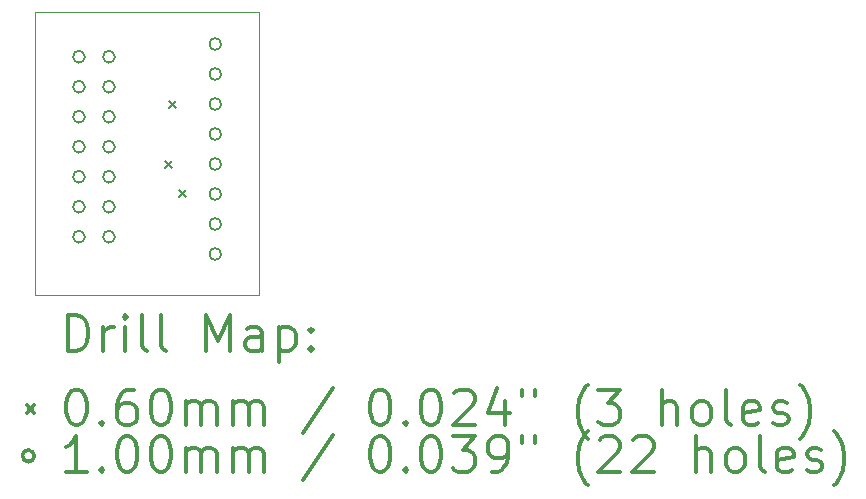
<source format=gbr>
%FSLAX45Y45*%
G04 Gerber Fmt 4.5, Leading zero omitted, Abs format (unit mm)*
G04 Created by KiCad (PCBNEW (5.1.2-1)-1) date 2020-02-14 00:11:38*
%MOMM*%
%LPD*%
G04 APERTURE LIST*
%ADD10C,0.050000*%
%ADD11C,0.200000*%
%ADD12C,0.300000*%
G04 APERTURE END LIST*
D10*
X3100000Y-1200000D02*
X3100000Y-3600000D01*
X1200000Y-3600000D02*
X1200000Y-1200000D01*
X3100000Y-3600000D02*
X1200000Y-3600000D01*
X1200000Y-1200000D02*
X3100000Y-1200000D01*
D11*
X2300961Y-2460000D02*
X2360961Y-2520000D01*
X2360961Y-2460000D02*
X2300961Y-2520000D01*
X2340600Y-1950600D02*
X2400600Y-2010600D01*
X2400600Y-1950600D02*
X2340600Y-2010600D01*
X2420000Y-2710000D02*
X2480000Y-2770000D01*
X2480000Y-2710000D02*
X2420000Y-2770000D01*
X1626000Y-1580000D02*
G75*
G03X1626000Y-1580000I-50000J0D01*
G01*
X1626000Y-1834000D02*
G75*
G03X1626000Y-1834000I-50000J0D01*
G01*
X1626000Y-2088000D02*
G75*
G03X1626000Y-2088000I-50000J0D01*
G01*
X1626000Y-2342000D02*
G75*
G03X1626000Y-2342000I-50000J0D01*
G01*
X1626000Y-2596000D02*
G75*
G03X1626000Y-2596000I-50000J0D01*
G01*
X1626000Y-2850000D02*
G75*
G03X1626000Y-2850000I-50000J0D01*
G01*
X1626000Y-3104000D02*
G75*
G03X1626000Y-3104000I-50000J0D01*
G01*
X1880000Y-1580000D02*
G75*
G03X1880000Y-1580000I-50000J0D01*
G01*
X1880000Y-1834000D02*
G75*
G03X1880000Y-1834000I-50000J0D01*
G01*
X1880000Y-2088000D02*
G75*
G03X1880000Y-2088000I-50000J0D01*
G01*
X1880000Y-2342000D02*
G75*
G03X1880000Y-2342000I-50000J0D01*
G01*
X1880000Y-2596000D02*
G75*
G03X1880000Y-2596000I-50000J0D01*
G01*
X1880000Y-2850000D02*
G75*
G03X1880000Y-2850000I-50000J0D01*
G01*
X1880000Y-3104000D02*
G75*
G03X1880000Y-3104000I-50000J0D01*
G01*
X2780000Y-1472000D02*
G75*
G03X2780000Y-1472000I-50000J0D01*
G01*
X2780000Y-1726000D02*
G75*
G03X2780000Y-1726000I-50000J0D01*
G01*
X2780000Y-1980000D02*
G75*
G03X2780000Y-1980000I-50000J0D01*
G01*
X2780000Y-2234000D02*
G75*
G03X2780000Y-2234000I-50000J0D01*
G01*
X2780000Y-2488000D02*
G75*
G03X2780000Y-2488000I-50000J0D01*
G01*
X2780000Y-2742000D02*
G75*
G03X2780000Y-2742000I-50000J0D01*
G01*
X2780000Y-2996000D02*
G75*
G03X2780000Y-2996000I-50000J0D01*
G01*
X2780000Y-3250000D02*
G75*
G03X2780000Y-3250000I-50000J0D01*
G01*
D12*
X1483928Y-4068214D02*
X1483928Y-3768214D01*
X1555357Y-3768214D01*
X1598214Y-3782500D01*
X1626786Y-3811071D01*
X1641071Y-3839643D01*
X1655357Y-3896786D01*
X1655357Y-3939643D01*
X1641071Y-3996786D01*
X1626786Y-4025357D01*
X1598214Y-4053929D01*
X1555357Y-4068214D01*
X1483928Y-4068214D01*
X1783928Y-4068214D02*
X1783928Y-3868214D01*
X1783928Y-3925357D02*
X1798214Y-3896786D01*
X1812500Y-3882500D01*
X1841071Y-3868214D01*
X1869643Y-3868214D01*
X1969643Y-4068214D02*
X1969643Y-3868214D01*
X1969643Y-3768214D02*
X1955357Y-3782500D01*
X1969643Y-3796786D01*
X1983928Y-3782500D01*
X1969643Y-3768214D01*
X1969643Y-3796786D01*
X2155357Y-4068214D02*
X2126786Y-4053929D01*
X2112500Y-4025357D01*
X2112500Y-3768214D01*
X2312500Y-4068214D02*
X2283928Y-4053929D01*
X2269643Y-4025357D01*
X2269643Y-3768214D01*
X2655357Y-4068214D02*
X2655357Y-3768214D01*
X2755357Y-3982500D01*
X2855357Y-3768214D01*
X2855357Y-4068214D01*
X3126786Y-4068214D02*
X3126786Y-3911071D01*
X3112500Y-3882500D01*
X3083928Y-3868214D01*
X3026786Y-3868214D01*
X2998214Y-3882500D01*
X3126786Y-4053929D02*
X3098214Y-4068214D01*
X3026786Y-4068214D01*
X2998214Y-4053929D01*
X2983928Y-4025357D01*
X2983928Y-3996786D01*
X2998214Y-3968214D01*
X3026786Y-3953929D01*
X3098214Y-3953929D01*
X3126786Y-3939643D01*
X3269643Y-3868214D02*
X3269643Y-4168214D01*
X3269643Y-3882500D02*
X3298214Y-3868214D01*
X3355357Y-3868214D01*
X3383928Y-3882500D01*
X3398214Y-3896786D01*
X3412500Y-3925357D01*
X3412500Y-4011071D01*
X3398214Y-4039643D01*
X3383928Y-4053929D01*
X3355357Y-4068214D01*
X3298214Y-4068214D01*
X3269643Y-4053929D01*
X3541071Y-4039643D02*
X3555357Y-4053929D01*
X3541071Y-4068214D01*
X3526786Y-4053929D01*
X3541071Y-4039643D01*
X3541071Y-4068214D01*
X3541071Y-3882500D02*
X3555357Y-3896786D01*
X3541071Y-3911071D01*
X3526786Y-3896786D01*
X3541071Y-3882500D01*
X3541071Y-3911071D01*
X1137500Y-4532500D02*
X1197500Y-4592500D01*
X1197500Y-4532500D02*
X1137500Y-4592500D01*
X1541071Y-4398214D02*
X1569643Y-4398214D01*
X1598214Y-4412500D01*
X1612500Y-4426786D01*
X1626786Y-4455357D01*
X1641071Y-4512500D01*
X1641071Y-4583929D01*
X1626786Y-4641072D01*
X1612500Y-4669643D01*
X1598214Y-4683929D01*
X1569643Y-4698214D01*
X1541071Y-4698214D01*
X1512500Y-4683929D01*
X1498214Y-4669643D01*
X1483928Y-4641072D01*
X1469643Y-4583929D01*
X1469643Y-4512500D01*
X1483928Y-4455357D01*
X1498214Y-4426786D01*
X1512500Y-4412500D01*
X1541071Y-4398214D01*
X1769643Y-4669643D02*
X1783928Y-4683929D01*
X1769643Y-4698214D01*
X1755357Y-4683929D01*
X1769643Y-4669643D01*
X1769643Y-4698214D01*
X2041071Y-4398214D02*
X1983928Y-4398214D01*
X1955357Y-4412500D01*
X1941071Y-4426786D01*
X1912500Y-4469643D01*
X1898214Y-4526786D01*
X1898214Y-4641072D01*
X1912500Y-4669643D01*
X1926786Y-4683929D01*
X1955357Y-4698214D01*
X2012500Y-4698214D01*
X2041071Y-4683929D01*
X2055357Y-4669643D01*
X2069643Y-4641072D01*
X2069643Y-4569643D01*
X2055357Y-4541072D01*
X2041071Y-4526786D01*
X2012500Y-4512500D01*
X1955357Y-4512500D01*
X1926786Y-4526786D01*
X1912500Y-4541072D01*
X1898214Y-4569643D01*
X2255357Y-4398214D02*
X2283928Y-4398214D01*
X2312500Y-4412500D01*
X2326786Y-4426786D01*
X2341071Y-4455357D01*
X2355357Y-4512500D01*
X2355357Y-4583929D01*
X2341071Y-4641072D01*
X2326786Y-4669643D01*
X2312500Y-4683929D01*
X2283928Y-4698214D01*
X2255357Y-4698214D01*
X2226786Y-4683929D01*
X2212500Y-4669643D01*
X2198214Y-4641072D01*
X2183928Y-4583929D01*
X2183928Y-4512500D01*
X2198214Y-4455357D01*
X2212500Y-4426786D01*
X2226786Y-4412500D01*
X2255357Y-4398214D01*
X2483928Y-4698214D02*
X2483928Y-4498214D01*
X2483928Y-4526786D02*
X2498214Y-4512500D01*
X2526786Y-4498214D01*
X2569643Y-4498214D01*
X2598214Y-4512500D01*
X2612500Y-4541072D01*
X2612500Y-4698214D01*
X2612500Y-4541072D02*
X2626786Y-4512500D01*
X2655357Y-4498214D01*
X2698214Y-4498214D01*
X2726786Y-4512500D01*
X2741071Y-4541072D01*
X2741071Y-4698214D01*
X2883928Y-4698214D02*
X2883928Y-4498214D01*
X2883928Y-4526786D02*
X2898214Y-4512500D01*
X2926786Y-4498214D01*
X2969643Y-4498214D01*
X2998214Y-4512500D01*
X3012500Y-4541072D01*
X3012500Y-4698214D01*
X3012500Y-4541072D02*
X3026786Y-4512500D01*
X3055357Y-4498214D01*
X3098214Y-4498214D01*
X3126786Y-4512500D01*
X3141071Y-4541072D01*
X3141071Y-4698214D01*
X3726786Y-4383929D02*
X3469643Y-4769643D01*
X4112500Y-4398214D02*
X4141071Y-4398214D01*
X4169643Y-4412500D01*
X4183928Y-4426786D01*
X4198214Y-4455357D01*
X4212500Y-4512500D01*
X4212500Y-4583929D01*
X4198214Y-4641072D01*
X4183928Y-4669643D01*
X4169643Y-4683929D01*
X4141071Y-4698214D01*
X4112500Y-4698214D01*
X4083928Y-4683929D01*
X4069643Y-4669643D01*
X4055357Y-4641072D01*
X4041071Y-4583929D01*
X4041071Y-4512500D01*
X4055357Y-4455357D01*
X4069643Y-4426786D01*
X4083928Y-4412500D01*
X4112500Y-4398214D01*
X4341071Y-4669643D02*
X4355357Y-4683929D01*
X4341071Y-4698214D01*
X4326786Y-4683929D01*
X4341071Y-4669643D01*
X4341071Y-4698214D01*
X4541071Y-4398214D02*
X4569643Y-4398214D01*
X4598214Y-4412500D01*
X4612500Y-4426786D01*
X4626786Y-4455357D01*
X4641071Y-4512500D01*
X4641071Y-4583929D01*
X4626786Y-4641072D01*
X4612500Y-4669643D01*
X4598214Y-4683929D01*
X4569643Y-4698214D01*
X4541071Y-4698214D01*
X4512500Y-4683929D01*
X4498214Y-4669643D01*
X4483928Y-4641072D01*
X4469643Y-4583929D01*
X4469643Y-4512500D01*
X4483928Y-4455357D01*
X4498214Y-4426786D01*
X4512500Y-4412500D01*
X4541071Y-4398214D01*
X4755357Y-4426786D02*
X4769643Y-4412500D01*
X4798214Y-4398214D01*
X4869643Y-4398214D01*
X4898214Y-4412500D01*
X4912500Y-4426786D01*
X4926786Y-4455357D01*
X4926786Y-4483929D01*
X4912500Y-4526786D01*
X4741071Y-4698214D01*
X4926786Y-4698214D01*
X5183928Y-4498214D02*
X5183928Y-4698214D01*
X5112500Y-4383929D02*
X5041071Y-4598214D01*
X5226786Y-4598214D01*
X5326786Y-4398214D02*
X5326786Y-4455357D01*
X5441071Y-4398214D02*
X5441071Y-4455357D01*
X5883928Y-4812500D02*
X5869643Y-4798214D01*
X5841071Y-4755357D01*
X5826786Y-4726786D01*
X5812500Y-4683929D01*
X5798214Y-4612500D01*
X5798214Y-4555357D01*
X5812500Y-4483929D01*
X5826786Y-4441072D01*
X5841071Y-4412500D01*
X5869643Y-4369643D01*
X5883928Y-4355357D01*
X5969643Y-4398214D02*
X6155357Y-4398214D01*
X6055357Y-4512500D01*
X6098214Y-4512500D01*
X6126786Y-4526786D01*
X6141071Y-4541072D01*
X6155357Y-4569643D01*
X6155357Y-4641072D01*
X6141071Y-4669643D01*
X6126786Y-4683929D01*
X6098214Y-4698214D01*
X6012500Y-4698214D01*
X5983928Y-4683929D01*
X5969643Y-4669643D01*
X6512500Y-4698214D02*
X6512500Y-4398214D01*
X6641071Y-4698214D02*
X6641071Y-4541072D01*
X6626786Y-4512500D01*
X6598214Y-4498214D01*
X6555357Y-4498214D01*
X6526786Y-4512500D01*
X6512500Y-4526786D01*
X6826786Y-4698214D02*
X6798214Y-4683929D01*
X6783928Y-4669643D01*
X6769643Y-4641072D01*
X6769643Y-4555357D01*
X6783928Y-4526786D01*
X6798214Y-4512500D01*
X6826786Y-4498214D01*
X6869643Y-4498214D01*
X6898214Y-4512500D01*
X6912500Y-4526786D01*
X6926786Y-4555357D01*
X6926786Y-4641072D01*
X6912500Y-4669643D01*
X6898214Y-4683929D01*
X6869643Y-4698214D01*
X6826786Y-4698214D01*
X7098214Y-4698214D02*
X7069643Y-4683929D01*
X7055357Y-4655357D01*
X7055357Y-4398214D01*
X7326786Y-4683929D02*
X7298214Y-4698214D01*
X7241071Y-4698214D01*
X7212500Y-4683929D01*
X7198214Y-4655357D01*
X7198214Y-4541072D01*
X7212500Y-4512500D01*
X7241071Y-4498214D01*
X7298214Y-4498214D01*
X7326786Y-4512500D01*
X7341071Y-4541072D01*
X7341071Y-4569643D01*
X7198214Y-4598214D01*
X7455357Y-4683929D02*
X7483928Y-4698214D01*
X7541071Y-4698214D01*
X7569643Y-4683929D01*
X7583928Y-4655357D01*
X7583928Y-4641072D01*
X7569643Y-4612500D01*
X7541071Y-4598214D01*
X7498214Y-4598214D01*
X7469643Y-4583929D01*
X7455357Y-4555357D01*
X7455357Y-4541072D01*
X7469643Y-4512500D01*
X7498214Y-4498214D01*
X7541071Y-4498214D01*
X7569643Y-4512500D01*
X7683928Y-4812500D02*
X7698214Y-4798214D01*
X7726786Y-4755357D01*
X7741071Y-4726786D01*
X7755357Y-4683929D01*
X7769643Y-4612500D01*
X7769643Y-4555357D01*
X7755357Y-4483929D01*
X7741071Y-4441072D01*
X7726786Y-4412500D01*
X7698214Y-4369643D01*
X7683928Y-4355357D01*
X1197500Y-4958500D02*
G75*
G03X1197500Y-4958500I-50000J0D01*
G01*
X1641071Y-5094214D02*
X1469643Y-5094214D01*
X1555357Y-5094214D02*
X1555357Y-4794214D01*
X1526786Y-4837072D01*
X1498214Y-4865643D01*
X1469643Y-4879929D01*
X1769643Y-5065643D02*
X1783928Y-5079929D01*
X1769643Y-5094214D01*
X1755357Y-5079929D01*
X1769643Y-5065643D01*
X1769643Y-5094214D01*
X1969643Y-4794214D02*
X1998214Y-4794214D01*
X2026786Y-4808500D01*
X2041071Y-4822786D01*
X2055357Y-4851357D01*
X2069643Y-4908500D01*
X2069643Y-4979929D01*
X2055357Y-5037072D01*
X2041071Y-5065643D01*
X2026786Y-5079929D01*
X1998214Y-5094214D01*
X1969643Y-5094214D01*
X1941071Y-5079929D01*
X1926786Y-5065643D01*
X1912500Y-5037072D01*
X1898214Y-4979929D01*
X1898214Y-4908500D01*
X1912500Y-4851357D01*
X1926786Y-4822786D01*
X1941071Y-4808500D01*
X1969643Y-4794214D01*
X2255357Y-4794214D02*
X2283928Y-4794214D01*
X2312500Y-4808500D01*
X2326786Y-4822786D01*
X2341071Y-4851357D01*
X2355357Y-4908500D01*
X2355357Y-4979929D01*
X2341071Y-5037072D01*
X2326786Y-5065643D01*
X2312500Y-5079929D01*
X2283928Y-5094214D01*
X2255357Y-5094214D01*
X2226786Y-5079929D01*
X2212500Y-5065643D01*
X2198214Y-5037072D01*
X2183928Y-4979929D01*
X2183928Y-4908500D01*
X2198214Y-4851357D01*
X2212500Y-4822786D01*
X2226786Y-4808500D01*
X2255357Y-4794214D01*
X2483928Y-5094214D02*
X2483928Y-4894214D01*
X2483928Y-4922786D02*
X2498214Y-4908500D01*
X2526786Y-4894214D01*
X2569643Y-4894214D01*
X2598214Y-4908500D01*
X2612500Y-4937072D01*
X2612500Y-5094214D01*
X2612500Y-4937072D02*
X2626786Y-4908500D01*
X2655357Y-4894214D01*
X2698214Y-4894214D01*
X2726786Y-4908500D01*
X2741071Y-4937072D01*
X2741071Y-5094214D01*
X2883928Y-5094214D02*
X2883928Y-4894214D01*
X2883928Y-4922786D02*
X2898214Y-4908500D01*
X2926786Y-4894214D01*
X2969643Y-4894214D01*
X2998214Y-4908500D01*
X3012500Y-4937072D01*
X3012500Y-5094214D01*
X3012500Y-4937072D02*
X3026786Y-4908500D01*
X3055357Y-4894214D01*
X3098214Y-4894214D01*
X3126786Y-4908500D01*
X3141071Y-4937072D01*
X3141071Y-5094214D01*
X3726786Y-4779929D02*
X3469643Y-5165643D01*
X4112500Y-4794214D02*
X4141071Y-4794214D01*
X4169643Y-4808500D01*
X4183928Y-4822786D01*
X4198214Y-4851357D01*
X4212500Y-4908500D01*
X4212500Y-4979929D01*
X4198214Y-5037072D01*
X4183928Y-5065643D01*
X4169643Y-5079929D01*
X4141071Y-5094214D01*
X4112500Y-5094214D01*
X4083928Y-5079929D01*
X4069643Y-5065643D01*
X4055357Y-5037072D01*
X4041071Y-4979929D01*
X4041071Y-4908500D01*
X4055357Y-4851357D01*
X4069643Y-4822786D01*
X4083928Y-4808500D01*
X4112500Y-4794214D01*
X4341071Y-5065643D02*
X4355357Y-5079929D01*
X4341071Y-5094214D01*
X4326786Y-5079929D01*
X4341071Y-5065643D01*
X4341071Y-5094214D01*
X4541071Y-4794214D02*
X4569643Y-4794214D01*
X4598214Y-4808500D01*
X4612500Y-4822786D01*
X4626786Y-4851357D01*
X4641071Y-4908500D01*
X4641071Y-4979929D01*
X4626786Y-5037072D01*
X4612500Y-5065643D01*
X4598214Y-5079929D01*
X4569643Y-5094214D01*
X4541071Y-5094214D01*
X4512500Y-5079929D01*
X4498214Y-5065643D01*
X4483928Y-5037072D01*
X4469643Y-4979929D01*
X4469643Y-4908500D01*
X4483928Y-4851357D01*
X4498214Y-4822786D01*
X4512500Y-4808500D01*
X4541071Y-4794214D01*
X4741071Y-4794214D02*
X4926786Y-4794214D01*
X4826786Y-4908500D01*
X4869643Y-4908500D01*
X4898214Y-4922786D01*
X4912500Y-4937072D01*
X4926786Y-4965643D01*
X4926786Y-5037072D01*
X4912500Y-5065643D01*
X4898214Y-5079929D01*
X4869643Y-5094214D01*
X4783928Y-5094214D01*
X4755357Y-5079929D01*
X4741071Y-5065643D01*
X5069643Y-5094214D02*
X5126786Y-5094214D01*
X5155357Y-5079929D01*
X5169643Y-5065643D01*
X5198214Y-5022786D01*
X5212500Y-4965643D01*
X5212500Y-4851357D01*
X5198214Y-4822786D01*
X5183928Y-4808500D01*
X5155357Y-4794214D01*
X5098214Y-4794214D01*
X5069643Y-4808500D01*
X5055357Y-4822786D01*
X5041071Y-4851357D01*
X5041071Y-4922786D01*
X5055357Y-4951357D01*
X5069643Y-4965643D01*
X5098214Y-4979929D01*
X5155357Y-4979929D01*
X5183928Y-4965643D01*
X5198214Y-4951357D01*
X5212500Y-4922786D01*
X5326786Y-4794214D02*
X5326786Y-4851357D01*
X5441071Y-4794214D02*
X5441071Y-4851357D01*
X5883928Y-5208500D02*
X5869643Y-5194214D01*
X5841071Y-5151357D01*
X5826786Y-5122786D01*
X5812500Y-5079929D01*
X5798214Y-5008500D01*
X5798214Y-4951357D01*
X5812500Y-4879929D01*
X5826786Y-4837072D01*
X5841071Y-4808500D01*
X5869643Y-4765643D01*
X5883928Y-4751357D01*
X5983928Y-4822786D02*
X5998214Y-4808500D01*
X6026786Y-4794214D01*
X6098214Y-4794214D01*
X6126786Y-4808500D01*
X6141071Y-4822786D01*
X6155357Y-4851357D01*
X6155357Y-4879929D01*
X6141071Y-4922786D01*
X5969643Y-5094214D01*
X6155357Y-5094214D01*
X6269643Y-4822786D02*
X6283928Y-4808500D01*
X6312500Y-4794214D01*
X6383928Y-4794214D01*
X6412500Y-4808500D01*
X6426786Y-4822786D01*
X6441071Y-4851357D01*
X6441071Y-4879929D01*
X6426786Y-4922786D01*
X6255357Y-5094214D01*
X6441071Y-5094214D01*
X6798214Y-5094214D02*
X6798214Y-4794214D01*
X6926786Y-5094214D02*
X6926786Y-4937072D01*
X6912500Y-4908500D01*
X6883928Y-4894214D01*
X6841071Y-4894214D01*
X6812500Y-4908500D01*
X6798214Y-4922786D01*
X7112500Y-5094214D02*
X7083928Y-5079929D01*
X7069643Y-5065643D01*
X7055357Y-5037072D01*
X7055357Y-4951357D01*
X7069643Y-4922786D01*
X7083928Y-4908500D01*
X7112500Y-4894214D01*
X7155357Y-4894214D01*
X7183928Y-4908500D01*
X7198214Y-4922786D01*
X7212500Y-4951357D01*
X7212500Y-5037072D01*
X7198214Y-5065643D01*
X7183928Y-5079929D01*
X7155357Y-5094214D01*
X7112500Y-5094214D01*
X7383928Y-5094214D02*
X7355357Y-5079929D01*
X7341071Y-5051357D01*
X7341071Y-4794214D01*
X7612500Y-5079929D02*
X7583928Y-5094214D01*
X7526786Y-5094214D01*
X7498214Y-5079929D01*
X7483928Y-5051357D01*
X7483928Y-4937072D01*
X7498214Y-4908500D01*
X7526786Y-4894214D01*
X7583928Y-4894214D01*
X7612500Y-4908500D01*
X7626786Y-4937072D01*
X7626786Y-4965643D01*
X7483928Y-4994214D01*
X7741071Y-5079929D02*
X7769643Y-5094214D01*
X7826786Y-5094214D01*
X7855357Y-5079929D01*
X7869643Y-5051357D01*
X7869643Y-5037072D01*
X7855357Y-5008500D01*
X7826786Y-4994214D01*
X7783928Y-4994214D01*
X7755357Y-4979929D01*
X7741071Y-4951357D01*
X7741071Y-4937072D01*
X7755357Y-4908500D01*
X7783928Y-4894214D01*
X7826786Y-4894214D01*
X7855357Y-4908500D01*
X7969643Y-5208500D02*
X7983928Y-5194214D01*
X8012500Y-5151357D01*
X8026786Y-5122786D01*
X8041071Y-5079929D01*
X8055357Y-5008500D01*
X8055357Y-4951357D01*
X8041071Y-4879929D01*
X8026786Y-4837072D01*
X8012500Y-4808500D01*
X7983928Y-4765643D01*
X7969643Y-4751357D01*
M02*

</source>
